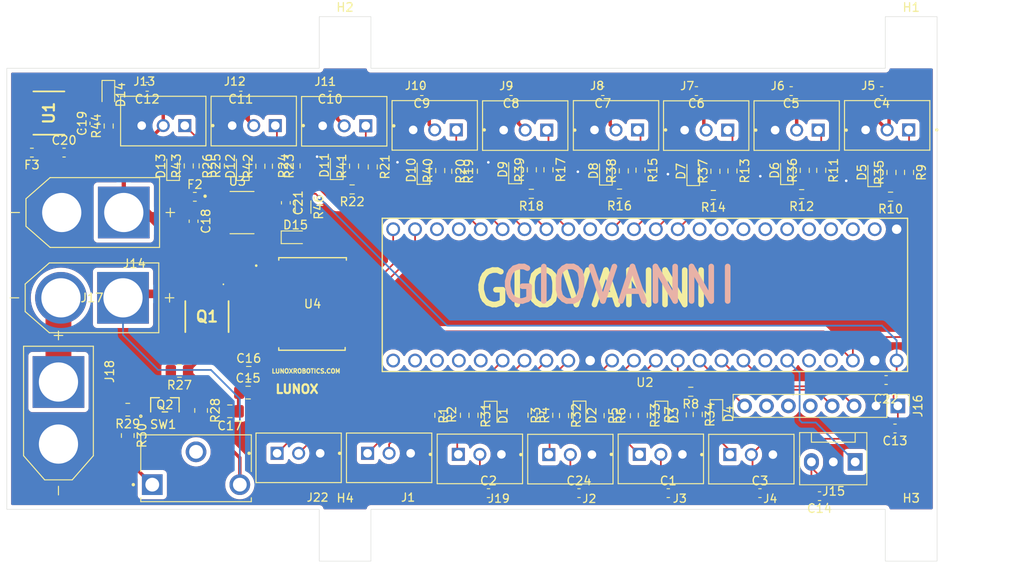
<source format=kicad_pcb>
(kicad_pcb (version 20240108) (generator "pcbnew") (generator_version "8.0")
  (layers (0 "F.Cu" signal) (31 "B.Cu" signal) (34 "B.Paste" user) (35 "F.Paste" user) (36 "B.SilkS" user "B.Silkscreen") (37 "F.SilkS" user "F.Silkscreen") (38 "B.Mask" user) (39 "F.Mask" user) (44 "Edge.Cuts" user))
  (net 0 "")
  (net 1 "+5V")
  (net 2 "GND1")
  (net 3 "+12V")
  (net 4 "+3.3V")
  (net 5 "44.4V")
  (net 6 "Net-(Q1-G)")
  (net 7 "Signal Start Module")
  (net 8 "Net-(J17-NEG)")
  (net 9 "Line Sensor 1 3.3V")
  (net 10 "Line Sensor 1 5v")
  (net 11 "Line Sensor 2 5v")
  (net 12 "Line Sensor 2 3.3V")
  (net 13 "Line Sensor 3 5v")
  (net 14 "Line Sensor 3 3.3V")
  (net 15 "Line Sensor 4 5v")
  (net 16 "Line Sensor 4 3.3V")
  (net 17 "Distance Sensor 1 12V")
  (net 18 "Distance Sensor 1 3.3V")
  (net 19 "Distance Sensor 2 12V")
  (net 20 "Distance Sensor 2 3.3V")
  (net 21 "Distance Sensor 3 3.3V")
  (net 22 "Distance Sensor 3 12V")
  (net 23 "Distance Sensor 4 12V")
  (net 24 "Distance Sensor 4 3.3V")
  (net 25 "Distance Sensor 5 3.3V")
  (net 26 "Distance Sensor 5 12V")
  (net 27 "Distance Sensor 6 12V")
  (net 28 "Distance Sensor 6 3.3V")
  (net 29 "Distance Sensor 7 3.3V")
  (net 30 "Distance Sensor 7 12V")
  (net 31 "Distance Sensor 8 3.3V")
  (net 32 "Distance Sensor 8 12V")
  (net 33 "Distance Sensor 9 3.3V")
  (net 34 "Distance Sensor 9 12V")
  (net 35 "Net-(Q2-D)")
  (net 36 "Net-(Q2-G)")
  (net 37 "Net-(SW1-A)")
  (net 38 "Net-(D1-A)")
  (net 39 "Net-(D2-A)")
  (net 40 "Net-(D3-A)")
  (net 41 "Net-(D4-A)")
  (net 42 "Net-(D5-A)")
  (net 43 "Net-(D6-A)")
  (net 44 "Net-(D7-A)")
  (net 45 "Net-(D8-A)")
  (net 46 "Net-(D9-A)")
  (net 47 "Net-(D10-A)")
  (net 48 "Net-(D11-A)")
  (net 49 "Net-(D12-A)")
  (net 50 "Net-(D13-A)")
  (net 51 "Net-(D15-A)")
  (net 52 "Net-(D14-A)")
  (net 53 "PWM MD2")
  (net 54 "Direction MD2")
  (net 55 "SDA")
  (net 56 "PWM MD1")
  (net 57 "Direction MD1")
  (net 60 "SCL")
  (net 66 "Interupt")
  (net 81 "Net-(U3-EN)")
  (net 82 "Net-(U1-VIN)")
  (net 85 "Vref Current Sensor")
  (net 86 "Vout Current Sensor")
  (net 87 "Net-(J17-POS)")
  (footprint "Resistor_SMD:R_0805_2012Metric_Pad1.20x1.40mm_HandSolder" (layer "F.Cu") (at 103.78 96.86 180)
    (property "Reference" "R27")
    (property "Value" "15k")
  )
  (footprint "LED_SMD:LED_0603_1608Metric_Pad1.05x0.95mm_HandSolder" (layer "F.Cu") (at 166.08 101.855 -90)
    (property "Reference" "D4")
    (property "Value" "LED")
  )
  (footprint "Teensy try:Teensy41 (1)" (layer "F.Cu") (at 157.79 88.04 180)
    (property "Reference" "U2")
    (property "Value" "Teensy4.1")
  )
  (footprint "XT60-M:AMASS_XT60-M" (layer "F.Cu") (at 93.63 88.38 180)
    (property "Reference" "J17")
    (property "Value" "XT60-M")
  )
  (footprint "Capacitor_SMD:C_0603_1608Metric_Pad1.08x0.95mm_HandSolder" (layer "F.Cu") (at 100.0375 63.895 180)
    (property "Reference" "C12")
    (property "Value" "C")
  )
  (footprint "Resistor_SMD:R_0603_1608Metric_Pad0.98x0.95mm_HandSolder" (layer "F.Cu") (at 162.07 101.9475 90)
    (property "Reference" "R7")
    (property "Value" "R")
  )
  (footprint "Resistor_SMD:R_0603_1608Metric_Pad0.98x0.95mm_HandSolder" (layer "F.Cu") (at 146.6 73.5225 -90)
    (property "Reference" "R17")
    (property "Value" "R")
  )
  (footprint "LED_SMD:LED_0603_1608Metric_Pad1.05x0.95mm_HandSolder" (layer "F.Cu") (at 163.4 73.695 90)
    (property "Reference" "D7")
    (property "Value" "LED")
  )
  (footprint "LED_SMD:LED_0603_1608Metric_Pad1.05x0.95mm_HandSolder" (layer "F.Cu") (at 184.4 73.82 90)
    (property "Reference" "D5")
    (property "Value" "LED")
  )
  (footprint "Jst Xh 2.5-3 Pin:JST_B3B-XH-A_LF__SN_" (layer "F.Cu") (at 149.14 107.095 180)
    (property "Reference" "J2")
    (property "Value" "Conn_01x03_MountingPin" (hide yes))
  )
  (footprint "Jst Xh 2.5-3 Pin:JST_B3B-XH-A_LF__SN_" (layer "F.Cu") (at 164.9 68.395)
    (property "Reference" "J7")
    (property "Value" "Conn_01x03_MountingPin")
  )
  (footprint "MountingHole:MountingHole_3.2mm_M3" (layer "F.Cu") (at 188.69 115.83)
    (property "Reference" "H3")
    (property "Value" "MountingHole")
  )
  (footprint "Capacitor_SMD:C_0603_1608Metric_Pad1.08x0.95mm_HandSolder" (layer "F.Cu") (at 131.9 64.395 180)
    (property "Reference" "C9")
    (property "Value" "C")
  )
  (footprint "LED_SMD:LED_0603_1608Metric_Pad1.05x0.95mm_HandSolder" (layer "F.Cu") (at 153.26 73.635 90)
    (property "Reference" "D8")
    (property "Value" "LED")
  )
  (footprint "Capacitor_SMD:C_0603_1608Metric_Pad1.08x0.95mm_HandSolder" (layer "F.Cu") (at 139.64 111.045)
    (property "Reference" "C2")
    (property "Value" "C")
  )
  (footprint "Capacitor_SMD:C_0603_1608Metric_Pad1.08x0.95mm_HandSolder" (layer "F.Cu") (at 105.42 79.4925 -90)
    (property "Reference" "C18")
    (property "Value" "C")
  )
  (footprint "Capacitor_SMD:C_0603_1608Metric_Pad1.08x0.95mm_HandSolder" (layer "F.Cu") (at 185.7775 97.92 180)
    (property "Reference" "C22")
    (property "Value" "C")
  )
  (footprint "Connector_PinHeader_2.54mm:PinHeader_1x08_P2.54mm_Vertical" (layer "F.Cu") (at 187.14 100.92 -90)
    (property "Reference" "J16")
    (property "Value" "Conn_01x08_Pin" (hide yes))
  )
  (footprint "LED_SMD:LED_0603_1608Metric_Pad1.05x0.95mm_HandSolder" (layer "F.Cu") (at 95.53 64.815 -90)
    (property "Reference" "D14")
    (property "Value" "LED")
  )
  (footprint "Capacitor_SMD:C_0603_1608Metric_Pad1.08x0.95mm_HandSolder" (layer "F.Cu") (at 121.2625 63.895 180)
    (property "Reference" "C10")
    (property "Value" "C")
  )
  (footprint "Resistor_SMD:R_0603_1608Metric_Pad0.98x0.95mm_HandSolder" (layer "F.Cu") (at 175.9775 76.35 180)
    (property "Reference" "R12")
    (property "Value" "R")
  )
  (footprint "Capacitor_SMD:C_0603_1608Metric_Pad1.08x0.95mm_HandSolder" (layer "F.Cu") (at 186.81 103.545 180)
    (property "Reference" "C13")
    (property "Value" "C")
  )
  (footprint "Resistor_SMD:R_0603_1608Metric_Pad0.98x0.95mm_HandSolder" (layer "F.Cu") (at 144.75 102.0025 -90)
    (property "Reference" "R4")
    (property "Value" "R")
  )
  (footprint "Resistor_SMD:R_0603_1608Metric_Pad0.98x0.95mm_HandSolder" (layer "F.Cu") (at 186.2925 76.64 180)
    (property "Reference" "R10")
    (property "Value" "R")
  )
  (footprint "Resistor_SMD:R_0603_1608Metric_Pad0.98x0.95mm_HandSolder" (layer "F.Cu") (at 134.04 73.6125 90)
    (property "Reference" "R40")
    (property "Value" "R")
  )
  (footprint "Resistor_SMD:R_0603_1608Metric_Pad0.98x0.95mm_HandSolder" (layer "F.Cu") (at 163.92 101.9125 -90)
    (property "Reference" "R34")
    (property "Value" "R")
  )
  (footprint "Jst Xh 2.5-3 Pin:JST_B3B-XH-A_LF__SN_" (layer "F.Cu") (at 170.14 107.095 180)
    (property "Reference" "J4")
    (property "Value" "Conn_01x03_MountingPin" (hide yes))
  )
  (footprint "12Vvoltagereg:S1142A50IE6T1U" (layer "F.Cu") (at 88.63 66.94 90)
    (property "Reference" "U1")
    (property "Value" "S-1142DA0I-E6T1U" (hide yes))
  )
  (footprint "TQL850CSV50_RLG(5vmotordriver):SOIC127P600X170-9N" (layer "F.Cu") (at 111.04 78.49)
    (property "Reference" "U3")
    (property "Value" "TQL850CSV50_RLG")
  )
  (footprint "Resistor_SMD:R_0603_1608Metric_Pad0.98x0.95mm_HandSolder" (layer "F.Cu") (at 115.09 73.1075 -90)
    (property "Reference" "R23")
    (property "Value" "R")
  )
  (footprint "LED_SMD:LED_0603_1608Metric_Pad1.05x0.95mm_HandSolder" (layer "F.Cu") (at 139.9 102.045 -90)
    (property "Reference" "D1")
    (property "Value" "LED")
  )
  (footprint "Resistor_SMD:R_0603_1608Metric_Pad0.98x0.95mm_HandSolder" (layer "F.Cu") (at 117.26 73.0725 90)
    (property "Reference" "R24")
    (property "Value" "R")
  )
  (footprint "Resistor_SMD:R_0603_1608Metric_Pad0.98x0.95mm_HandSolder" (layer "F.Cu") (at 144.61 76.31 180)
    (property "Reference" "R18")
    (property "Value" "R")
  )
  (footprint "Capacitor_SMD:C_0603_1608Metric_Pad1.08x0.95mm_HandSolder" (layer "F.Cu") (at 90.3925 71.53)
    (property "Reference" "C20")
    (property "Value" "C")
  )
  (footprint "Capacitor_SMD:C_0805_2012Metric_Pad1.18x1.45mm_HandSolder" (layer "F.Cu") (at 109.6275 101.55 180)
    (property "Reference" "C17")
    (property "Value" "1uF")
  )
  (footprint "Jst Xh 2.5-3 Pin:JST_B3B-XH-A_LF__SN_" (layer "F.Cu") (at 101.9 67.87)
    (property "Reference" "J13")
    (property "Value" "Conn_01x03_MountingPin")
  )
  (footprint "Resistor_SMD:R_0603_1608Metric_Pad0.98x0.95mm_HandSolder" (layer "F.Cu") (at 165.97 73.6975 90)
    (property "Reference" "R37")
    (property "Value" "R")
  )
  (footprint "Resistor_SMD:R_0603_1608Metric_Pad0.98x0.95mm_HandSolder" (layer "F.Cu") (at 144.67 73.5225 90)
    (property "Reference" "R39")
    (property "Value" "R")
  )
  (footprint "LED_SMD:LED_0603_1608Metric_Pad1.05x0.95mm_HandSolder" (layer "F.Cu") (at 150.21 102.025 -90)
    (property "Reference" "D2")
    (property "Value" "LED")
  )
  (footprint "Resistor_SMD:R_0805_2012Metric_Pad1.20x1.40mm_HandSolder" (layer "F.Cu") (at 97.78 104.36 -90)
    (property "Reference" "R30")
    (property "Value" "8k")
  )
  (footprint "Jst Xh 2.5-3 Pin:JST_B3B-XH-A_LF__SN_" (layer "F.Cu") (at 128.11 106.945 180)
    (property "Reference" "J1")
    (property "Value" "Conn_01x03_MountingPin" (hide yes))
  )
  (footprint "LED_SMD:LED_0603_1608Metric_Pad1.05x0.95mm_HandSolder" (layer "F.Cu") (at 132.1 73.555 90)
    (property "Reference" "D10")
    (property "Value" "LED")
  )
  (footprint "Resistor_SMD:R_0805_2012Metric_Pad1.20x1.40mm_HandSolder" (layer "F.Cu") (at 106.29 101.45 -90)
    (property "Reference" "R28")
    (property "Value" "10k")
  )
  (footprint "Resistor_SMD:R_0603_1608Metric_Pad0.98x0.95mm_HandSolder" (layer "F.Cu") (at 186.4 73.8325 90)
    (property "Reference" "R35")
    (property "Value" "R")
  )
  (footprint "LED_SMD:LED_0603_1608Metric_Pad1.05x0.95mm_HandSolder" (layer "F.Cu") (at 142.72 73.485 90)
    (property "Reference" "D9")
    (property "Value" "LED")
  )
  (footprint "Capacitor_SMD:C_0603_1608Metric_Pad1.08x0.95mm_HandSolder" (layer "F.Cu") (at 160.5025 111.045)
    (property "Reference" "C1")
    (property "Value" "C")
  )
  (footprint "Jst Xh 2.5-3 Pin:JST_B3B-XH-A_LF__SN_" (layer "F.Cu") (at 185.9 68.37)
    (property "Reference" "J5")
    (property "Value" "Conn_01x03_MountingPin")
  )
  (footprint "Resistor_SMD:R_0805_2012Metric_Pad1.20x1.40mm_HandSolder" (layer "F.Cu") (at 97.78 101.36 180)
    (property "Reference" "R29")
    (property "Value" "1k")
  )
  (footprint "Resistor_SMD:R_0603_1608Metric_Pad0.98x0.95mm_HandSolder" (layer "F.Cu") (at 157.55 102.0175 -90)
    (property "Reference" "R33")
    (property "Value" "R")
  )
  (footprint "Resistor_SMD:R_0603_1608Metric_Pad0.98x0.95mm_HandSolder" (layer "F.Cu") (at 165.73 76.45 180)
    (property "Reference" "R14")
    (property "Value" "R")
  )
  (footprint "Capacitor_SMD:C_0603_1608Metric_Pad1.08x0.95mm_HandSolder" (layer "F.Cu") (at 152.9 64.395 180)
    (property "Reference" "C7")
    (property "Value" "C")
  )
  (footprint "Capacitor_SMD:C_0603_1608Metric_Pad1.08x0.95mm_HandSolder" (layer "F.Cu") (at 178.0525 111.395 180)
    (property "Reference" "C14")
    (property "Value" "C")
  )
  (footprint "Resistor_SMD:R_0603_1608Metric_Pad0.98x0.95mm_HandSolder" (layer "F.Cu") (at 113.17 73.1175 90)
    (property "Reference" "R42")
    (property "Value" "R")
  )
  (footprint "Capacitor_SMD:C_0603_1608Metric_Pad1.08x0.95mm_HandSolder" (layer "F.Cu") (at 163.7625 64.395 180)
    (property "Reference" "C6")
    (property "Value" "C")
  )
  (footprint "Resistor_SMD:R_0603_1608Metric_Pad0.98x0.95mm_HandSolder" (layer "F.Cu") (at 167.95 73.65 -90)
    (property "Reference" "R13")
    (property "Value" "R")
  )
  (footprint "Capacitor_SMD:C_0805_2012Metric_Pad1.18x1.45mm_HandSolder" (layer "F.Cu") (at 111.82 97.08)
    (property "Reference" "C16")
    (property "Value" "1uF")
  )
  (footprint "XT60-M:AMASS_XT60-M" (layer "F.Cu") (at 89.74 101.75 -90)
    (property "Reference" "J18")
    (property "Value" "XT60-M")
  )
  (footprint "Capacitor_SMD:C_0603_1608Metric_Pad1.08x0.95mm_HandSolder" (layer "F.Cu") (at 174.7625 64.395 180)
    (property "Reference" "C5")
    (property "Value" "C")
  )
  (footprint "Resistor_SMD:R_0603_1608Metric_Pad0.98x0.95mm_HandSolder" (layer "F.Cu") (at 188.44 73.8275 -90)
    (property "Reference" "R9")
    (property "Value" "R")
  )
  (footprint "Resistor_SMD:R_0603_1608Metric_Pad0.98x0.95mm_HandSolder" (layer "F.Cu") (at 137.83 73.68 90)
    (property "Reference" "R20")
    (property "Value" "R")
  )
  (footprint "Capacitor_SMD:C_0603_1608Metric_Pad1.08x0.95mm_HandSolder" (layer "F.Cu") (at 171.14 111.045)
    (property "Reference" "C3")
    (property "Value" "C")
  )
  (footprint "LED_SMD:LED_0603_1608Metric_Pad1.05x0.95mm_HandSolder" (layer "F.Cu") (at 117.25 81.355)
    (property "Reference" "D15")
    (property "Value" "LED")
  )
  (footprint "Resistor_SMD:R_0603_1608Metric_Pad0.98x0.95mm_HandSolder" (layer "F.Cu") (at 123.8175 75.8 180)
    (property "Reference" "R22")
    (property "Value" "R")
  )
  (footprint "Resistor_SMD:R_0603_1608Metric_Pad0.98x0.95mm_HandSolder" (layer "F.Cu") (at 104.86 73.0775 90)
    (property "Reference" "R43")
    (property "Value" "R")
  )
  (footprint "Resistor_SMD:R_0603_1608Metric_Pad0.98x0.95mm_HandSolder" (layer "F.Cu") (at 137.9 102.0075 -90)
    (property "Reference" "R31")
    (property "Value" "R")
  )
  (footprint "Jst Xh 2.5-3 Pin:JST_B3B-XH-A_LF__SN_" (layer "F.Cu") (at 133.4 68.37)
    (property "Reference" "J10")
    (property "Value" "Conn_01x03_MountingPin")
  )
  (footprint "Resistor_SMD:R_0603_1608Metric_Pad0.98x0.95mm_HandSolder" (layer "F.Cu") (at 155.34 73.6475 90)
    (property "Reference" "R38")
    (property "Value" "R")
  )
  (footprint "Capacitor_SMD:C_0603_1608Metric_Pad1.08x0.95mm_HandSolder" (layer "F.Cu") (at 185.2625 64.395 180)
    (property "Reference" "C4")
    (property "Value" "C")
  )
  (footprint "Capacitor_SMD:C_0603_1608Metric_Pad1.08x0.95mm_HandSolder" (layer "F.Cu") (at 93.91 68.1375 90)
    (property "Reference" "C19")
    (property "Value" "C")
  )
  (footprint "Capacitor_SMD:C_0603_1608Metric_Pad1.08x0.95mm_HandSolder" (layer "F.Cu") (at 150.14 111.045)
    (property "Reference" "C24")
    (property "Value" "C")
  )
  (footprint "Resistor_SMD:R_0603_1608Metric_Pad0.98x0.95mm_HandSolder" (layer "F.Cu") (at 146.575 102.0075 90)
    (property "Reference" "R3")
    (property "Value" "R")
  )
  (footprint "Resistor_SMD:R_0603_1608Metric_Pad0.98x0.95mm_HandSolder" (layer "F.Cu") (at 108.47 73.0975 90)
    (property "Reference" "R26")
    (property "Value" "R")
  )
  (footprint "XT60-M:AMASS_XT60-M" (layer "F.Cu") (at 93.72 78.48 180)
    (property "Reference" "J14")
    (property "Value" "XT60-M")
  )
  (footprint "Resistor_SMD:R_0603_1608Metric_Pad0.98x0.95mm_HandSolder" (layer "F.Cu") (at 106.59 73.0675 -90)
    (property "Reference" "R25")
    (property "Value" "R")
  )
  (footprint "Jst Xh 2.5-3 Pin:JST_B3B-XH-A_LF__SN_" (layer "F.Cu") (at 143.9 68.395)
    (property "Reference" "J9")
    (property "Value" "Conn_01x03_MountingPin")
  )
  (footprint "Resistor_SMD:R_0603_1608Metric_Pad0.98x0.95mm_HandSolder" (layer "F.Cu") (at 133.94 102.0075 -90)
    (property "Reference" "R2")
    (property "Value" "R")
  )
  (footprint "Resistor_SMD:R_0603_1608Metric_Pad0.98x0.95mm_HandSolder" (layer "F.Cu") (at 155.58 102.0525 90)
    (property "Reference" "R5")
    (property "Value" "R")
  )
  (footprint "LED_SMD:LED_0603_1608Metric_Pad1.05x0.95mm_HandSolder" (layer "F.Cu") (at 103.04 73.095 90)
    (property "Reference" "D13")
    (property "Value" "LED")
  )
  (footprint "Jst Xh 2.5-3 Pin:JST_B3B-XH-A_LF__SN_" (layer "F.Cu") (at 122.9 67.895)
    (property "Reference" "J11")
    (property "Value" "Conn_01x03_MountingPin")
  )
  (footprint "Jst Xh 2.5-3 Pin:JST_B3B-XH-A_LF__SN_" (layer "F.Cu") (at 138.64 107.07 180)
    (property "Reference" "J19")
    (property "Value" "Conn_01x03_MountingPin" (hide yes))
  )
  (footprint "Capacitor_SMD:C_0603_1608Metric_Pad1.08x0.95mm_HandSolder" (layer "F.Cu") (at 110.9 63.895 180)
    (property "Reference" "C11")
    (property "Value" "C")
  )
  (footprint "Resistor_SMD:R_0603_1608Metric_Pad0.98x0.95mm_HandSolder" (layer "F.Cu") (at 135.8625 102.0075 90)
    (property "Reference" "R1")
    (property "Value" "R")
  )
  (footprint "Resistor_SMD:R_0603_1608Metric_Pad0.98x0.95mm_HandSolder" (layer "F.Cu") (at 126.21 73.1875 -90)
    (property "Reference" "R21")
    (property "Value" "R")
  )
  (footprint "Jst Xh 2.5-3 Pin:JST_B3B-XH-A_LF__SN_" (layer "F.Cu") (at 112.4 67.87)
    (property "Reference" "J12")
    (property "Value" "Conn_01x03_MountingPin")
  )
  (footprint "Jst Xh 2.5-3 Pin:JST_B3B-XH-A_LF__SN_" (layer "F.Cu") (at 175.4 68.395)
    (property "Reference" "J6")
    (property "Value" "Conn_01x03_MountingPin")
  )
  (footprint "Jst Xh 2.5-3 Pin:JST_B3B-XH-A_LF__SN_" (layer "F.Cu") (at 159.64 107.07 180)
    (property "Reference" "J3")
    (property "Value" "Conn_01x03_MountingPin" (hide yes))
  )
  (footprint "Capacitor_SMD:C_0603_1608Metric_Pad1.08x0.95mm_HandSolder" (layer "F.Cu") (at 142.2625 64.395 180)
    (property "Reference" "C8")
    (property "Value" "C")
  )
  (footprint "LED_SMD:LED_0603_1608Metric_Pad1.05x0.95mm_HandSolder" (layer "F.Cu") (at 111.13 73.105 90)
    (property "Reference" "D12")
    (property "Value" "LED")
  )
  (footprint "Fuse:Fuse_0603_1608Metric_Pad1.05x0.95mm_HandSolder" (layer "F.Cu") (at 86.655 71.53 180)
    (property "Reference" "F3")
    (property "Value" "Fuse")
  )
  (footprint "mosfetP:S1142A50IE6T1U" (layer "F.Cu") (at 106.97 90.56 180)
    (property "Reference" "Q1")
    (property "Value" "SQM40P10-40L_GE3" (hide yes))
  )
  (footprint "MountingHole:MountingHole_3.2mm_M3" (layer "F.Cu") (at 123.01 115.82)
    (property "Reference" "H4")
    (property "Value" "MountingHole")
  )
  (footprint "MountingHole:MountingHole_3.2mm_M3" (layer "F.Cu") (at 188.69 58.88)
    (property "Reference" "H1")
    (property "Value" "MountingHole")
  )
  (footprint "Capacitor_SMD:C_0603_1608Metric_Pad1.08x0.95mm_HandSolder" (layer "F.Cu") (at 116.125 77.355 -90)
    (property "Reference" "C21")
    (property "Value" "C")
  )
  (footprint "Jst Xh 2.5-3 Pin:JST_B3B-XH-A_LF__SN_" (layer "F.Cu") (at 117.61 106.945 180)
    (property "Reference" "J22")
    (property "Value" "Conn_01x03_MountingPin" (hide yes))
  )
  (footprint "MountingHole:MountingHole_3.2mm_M3" (layer "F.Cu") (at 122.99 58.87)
    (property "Reference" "H2")
    (property "Value" "MountingHole")
  )
  (footprint "G_107_0513(SWITCH):SW_G-107-0513" (layer "F.Cu") (at 105.705 108.155)
    (property "Reference" "SW1")
    (property "Value" "SW_SPST")
  )
  (footprint "Resistor_SMD:R_0603_1608Metric_Pad0.98x0.95mm_HandSolder" (layer "F.Cu") (at 153.58 102.0525 -90)
    (property "Reference" "R6")
    (property "Value" "R")
  )
  (footprint "Resistor_SMD:R_0603_1608Metric_Pad0.98x0.95mm_HandSolder" (layer "F.Cu") (at 135.9 73.6925 -90)
    (property "Reference" "R19")
    (property "Value" "R")
  )
  (footprint "Resistor_SMD:R_0603_1608Metric_Pad0.98x0.95mm_HandSolder" (layer "F.Cu") (at 148.4 102.0375 -90)
    (property "Reference" "R32")
    (property "Value" "R")
  )
  (footprint "Resistor_SMD:R_0603_1608Metric_Pad0.98x0.95mm_HandSolder" (layer "F.Cu") (at 163.11 99.28 180)
    (property "Reference" "R8")
    (property "Value" "R")
  )
  (footprint "Capacitor_SMD:C_0805_2012Metric_Pad1.18x1.45mm_HandSolder" (layer "F.Cu") (at 111.7475 99.38)
    (property "Reference" "C15")
    (property "Value" "10uF")
  )
  (footprint "Resistor_SMD:R_0603_1608Metric_Pad0.98x0.95mm_HandSolder" (layer "F.Cu") (at 124.04 73.0975 90)
    (property "Reference" "R41")
    (property "Value" "R")
  )
  (footprint "(mosfet???):NMOSGSD_SOT-23_TO-236_VIS-M" (layer "F.Cu") (at 102.08996 100.7932)
    (property "Reference" "Q2")
    (property "Value" "SQ2318AES-T1_BE3")
  )
  (footprint "Resistor_SMD:R_1206_3216Metric_Pad1.30x1.75mm_HandSolder" (layer "F.Cu") (at 118.125 77.855 -90)
    (property "Reference" "R46")
    (property "Value" "R")
  )
  (footprint "Resistor_SMD:R_0603_1608Metric_Pad0.98x0.95mm_HandSolder" (layer "F.Cu") (at 176.34 73.5875 90)
    (property "Reference" "R36")
    (property "Value" "R")
  )
  (footprint "Fuse:Fuse_0603_1608Metric_Pad1.05x0.95mm_HandSolder" (layer "F.Cu") (at 105.565 76.66)
    (property "Reference" "F2")
    (property "Value" "Fuse")
  )
  (footprint "LED_SMD:LED_0603_1608Metric_Pad1.05x0.95mm_HandSolder" (layer "F.Cu") (at 122.03 72.995 90)
    (property "Reference" "D11")
    (property "Value" "LED")
  )
  (footprint "Resistor_SMD:R_0603_1608Metric_Pad0.98x0.95mm_HandSolder" (layer "F.Cu") (at 178.25 73.5875 -90)
    (property "Reference" "R11")
    (property "Value" "R")
  )
  (footprint "LED_SMD:LED_0603_1608Metric_Pad1.05x0.95mm_HandSolder" (layer "F.Cu") (at 159.72 102.035 -90)
    (property "Reference" "D3")
    (property "Value" "LED")
  )
  (footprint "LED_SMD:LED_0603_1608Metric_Pad1.05x0.95mm_HandSolder" (layer "F.Cu") (at 174.27 73.585 90)
    (property "Reference" "D6")
    (property "Value" "LED")
  )
  (footprint "Resistor_SMD:R_0603_1608Metric_Pad0.98x0.95mm_HandSolder" (layer "F.Cu") (at 95.57 68.4475 90)
    (property "Reference" "R44")
    (property "Value" "R")
  )
  (footprint "Resistor_SMD:R_0603_1608Metric_Pad0.98x0.95mm_HandSolder" (layer "F.Cu") (at 157.28 73.57 -90)
    (property "Reference" "R15")
    (property "Value" "R")
  )
  (footprint "Jst Xh 2.5-3 Pin:JST_B3B-XH-A_LF__SN_" (layer "F.Cu") (at 154.44 68.375)
    (property "Reference" "J8")
    (property "Value" "Conn_01x03_MountingPin")
  )
  (footprint "Current Sensor AEC-Q100 80ARMS 500KHZ HALL-EFFE:SOIC10_DVG_TEX" (layer "F.Cu") (at 119.229978 89.09)
    (property "Reference" "U4")
    (property "Value" "TMCS1126A1AQDVGRQ1")
  )
  (footprint "Connector:FanPinHeader_1x03_P2.54mm_Vertical" (layer "F.Cu") (at 182.19 107.42 180)
    (property "Reference" "J15")
    (property "Value" "Conn_01x03_Pin")
  )
  (footprint "Resistor_SMD:R_0603_1608Metric_Pad0.98x0.95mm_HandSolder" (layer "F.Cu") (at 154.84 76.29 180)
    (property "Reference" "R16")
    (property "Value" "R")
  )
  (gr_poly (pts (xy 191.69 55.75) (xy 185.69 55.75) (xy 185.69 61.75) (xy 126 61.75) (xy 126 55.75) (xy 120 55.75) (xy 120 61.75) (xy 83.75 61.75) (xy 83.75 112.93) (xy 120 112.93) (xy 120 118.93) (xy 126 118.93) (xy 126 112.93) (xy 185.69 112.93) (xy 185.69 118.93) (xy 191.69 118.93)) (stroke (width 0.05)) (fill none) (layer "Edge.Cuts"))
  (gr_text "GIOVANNI " (at 140.68 89.27 0) (layer "B.SilkS") (effects (font (size 4 4) (thickness 0.65)) (justify left bottom)))
  (gr_text "GIOVANNI" (at 137.6 89.68 0) (layer "F.SilkS") (effects (font (size 4 4) (thickness 0.65)) (justify left bottom)))
  (gr_text "LUNOX" (at 114.8 99.56 0) (layer "F.SilkS") (effects (font (size 1 1) (thickness 0.25) (bold yes)) (justify left bottom)))
  (gr_text "LUNOXROBOTICS.COM" (at 114.42 97.18 0) (layer "F.SilkS") (effects (font (size 0.5 0.5) (thickness 0.125) (bold yes)) (justify left bottom)))
  (segment (start 118.125 76.305) (end 119.585 76.305) (width 0.2) (layer "F.Cu") (net 1))
  (segment (start 171.97 104.74) (end 186.4775 104.74) (width 0.2) (layer "F.Cu") (net 1))
  (segment (start 149.16 109.52) (end 149.14 109.5) (width 0.2) (layer "F.Cu") (net 1))
  (segment (start 149.14 109.5) (end 149.14 110.9075) (width 0.2) (layer "F.Cu") (net 1))
  (segment (start 117.9375 76.4925) (end 118.125 76.305) (width 0.2) (layer "F.Cu") (net 1))
  (segment (start 186.64 97.92) (end 186.64 100.42) (width 0.2) (layer "F.Cu") (net 1))
  (segment (start 149.16 109.52) (end 138.68 109.52) (width 0.2) (layer "F.Cu") (net 1))
  (segment (start 159.64 109.52) (end 149.16 109.52) (width 0.2) (layer "F.Cu") (net 1))
  (segment (start 138.68 109.52) (end 138.64 109.48) (width 0.2) (layer "F.Cu") (net 1))
  (segment (start 170.2775 106.7075) (end 170.14 106.57) (width 0.2) (layer "F.Cu") (net 1))
  (segment (start 159.64 109.52) (end 159.64 106.545) (width 0.2) (layer "F.Cu") (net 1))
  (segment (start 187 95.66) (end 187 97.56) (width 0.2) (layer "F.Cu") (net 1))
  (segment (start 116.0325 76.585) (end 116.125 76.4925) (width 0.2) (layer "F.Cu") (net 1))
  (segment (start 138.64 106.545) (end 138.64 109.48) (width 0.2) (layer "F.Cu") (net 1))
  (segment (start 149.14 106.57) (end 149.14 109.5) (width 0.2) (layer "F.Cu") (net 1))
  (segment (start 170.2775 111.045) (end 170.2775 109.52) (width 0.2) (layer "F.Cu") (net 1))
  (segment (start 186.4775 104.74) (end 187.6725 103.545) (width 0.2) (layer "F.Cu") (net 1))
  (segment (start 138.64 109.48) (end 138.64 110.9075) (width 0.2) (layer "F.Cu") (net 1))
  (segment (start 170.2775 109.52) (end 170.2775 106.7075) (width 0.2) (layer "F.Cu") (net 1))
  (segment (start 120.01 76.73) (end 120.01 76.77) (width 0.2) (layer "F.Cu") (net 1))
  (segment (start 170.14 106.57) (end 171.97 104.74) (width 0.2) (layer "F.Cu") (net 1))
  (segment (start 159.64 111.045) (end 159.64 109.52) (width 0.2) (layer "F.Cu") (net 1))
  (segment (start 113.625 76.585) (end 116.0325 76.585) (width 0.4) (layer "F.Cu") (net 1))
  (segment (start 120.05 76.77) (end 120.02 76.74) (width 0.2) (layer "F.Cu") (net 1))
  (segment (start 186.64 100.42) (end 187.14 100.92) (width 0.2) (layer "F.Cu") (net 1))
  (segment (start 187.14 100.92) (end 187.14 103.0125) (width 0.2) (layer "F.Cu") (net 1))
  (segment (start 187 97.56) (end 186.64 97.92) (width 0.2) (layer "F.Cu") (net 1))
  (segment (start 116.125 76.4925) (end 117.9375 76.4925) (width 0.4) (layer "F.Cu") (net 1))
  (segment (start 159.64 109.52) (end 170.2775 109.52) (width 0.2) (layer "F.Cu") (net 1))
  (segment (start 149.14 110.9075) (end 149.2775 111.045) (width 0.2) (layer "F.Cu") (net 1))
  (segment (start 138.64 110.9075) (end 138.7775 111.045) (width 0.2) (layer "F.Cu") (net 1))
  (segment (start 120.01 76.77) (end 120.05 76.77) (width 0.2) (layer "F.Cu") (net 1))
  (segment (start 119.585 76.305) (end 120.01 76.73) (width 0.2) (layer "F.Cu") (net 1))
  (segment (start 187.14 103.0125) (end 187.6725 103.545) (width 0.2) (layer "F.Cu") (net 1))
  (via (at 120.01 76.77) (size 0.6) (drill 0.3) (layers "F.Cu" "B.Cu") (net 1))
  (segment (start 134.85 91.61) (end 185.29 91.61) (width 0.2) (layer "B.Cu") (net 1))
  (segment (start 185.29 91.61) (end 187 93.32) (width 0.2) (layer "B.Cu") (net 1))
  (segment (start 120.01 76.77) (end 134.85 91.61) (width 0.2) (layer "B.Cu") (net 1))
  (segment (start 187 93.32) (end 187 95.66) (width 0.2) (layer "B.Cu") (net 1))
  (segment (start 129.08 70.715) (end 130.9 68.895) (width 0.2) (layer "F.Cu") (net 2))
  (segment (start 139.62 72.66) (end 139.62 70.7) (width 0.2) (layer "F.Cu") (net 2))
  (segment (start 171.18 74.27) (end 171.18 70.64) (width 0.2) (layer "F.Cu") (net 2))
  (segment (start 181.15 74.8) (end 181.15 71.145) (width 0.2) (layer "F.Cu") (net 2))
  (segment (start 160.46 70.86) (end 162.4 68.92) (width 0.2) (layer "F.Cu") (net 2))
  (segment (start 120.4 71.35) (end 120.4 68.42) (width 0.2) (layer "F.Cu") (net 2))
  (segment (start 99.175 68.17) (end 99.4 68.395) (width 0.2) (layer "F.Cu") (net 2))
  (segment (start 150.01 70.83) (end 151.94 68.9) (width 0.2) (layer "F.Cu") (net 2))
  (segment (start 171.18 70.64) (end 172.9 68.92) (width 0.2) (layer "F.Cu") (net 2))
  (segment (start 119.75 72) (end 120.4 71.35) (width 0.2) (layer "F.Cu") (net 2))
  (segment (start 160.46 74.03) (end 160.46 70.86) (width 0.2) (layer "F.Cu") (net 2))
  (segment (start 181.15 71.145) (end 183.4 68.895) (width 0.2) (layer "F.Cu") (net 2))
  (segment (start 139.62 70.7) (end 141.4 68.92) (width 0.2) (layer "F.Cu") (net 2))
  (segment (start 129.08 72.65) (end 129.08 70.715) (width 0.2) (layer "F.Cu") (net 2))
  (segment (start 150.01 73.75) (end 150.01 70.83) (width 0.2) (layer "F.Cu") (net 2))
  (via (at 171.18 74.27) (size 0.6) (drill 0.3) (layers "F.Cu" "B.Cu") (net 2))
  (via (at 181.15 74.8) (size 0.6) (drill 0.3) (layers "F.Cu" "B.Cu") (net 2))
  (via (at 160.46 74.03) (size 0.6) (drill 0.3) (layers "F.Cu" "B.Cu") (net 2))
  (via (at 129.08 72.65) (size 0.6) (drill 0.3) (layers "F.Cu" "B.Cu") (net 2))
  (via (at 119.75 72) (size 0.6) (drill 0.3) (layers "F.Cu" "B.Cu") (net 2))
  (via (at 139.62 72.66) (size 0.6) (drill 0.3) (layers "F.Cu" "B.Cu") (net 2))
  (via (at 150.01 73.75) (size 0.6) (drill 0.3) (layers "F.Cu" "B.Cu") (net 2))
  (segment (start 174.4 65.92) (end 175.4 66.92) (width 0.4) (layer "F.Cu") (net 3))
  (segment (start 186.125 65.92) (end 186.125 68.67) (width 0.4) (layer "F.Cu") (net 3))
  (segment (start 95.57 69.36) (end 96.63 70.42) (width 0.4) (layer "F.Cu") (net 3))
  (segment (start 182.925 65.92) (end 185.9 68.895) (width 0.4) (layer "F.Cu") (net 3))
  (segment (start 186.125 68.67) (end 185.9 68.895) (width 0.2) (layer "F.Cu") (net 3))
  (segment (start 102.4 65.92) (end 109.9 65.92) (width 0.4) (layer "F.Cu") (net 3))
  (segment (start 122.125 63.895) (end 122.125 66.92) (width 0.4) (layer "F.Cu") (net 3))
  (segment (start 153.7625 66.92) (end 153.7625 68.2825) (width 0.4) (layer "F.Cu") (net 3))
  (segment (start 182.9 65.92) (end 182.925 65.92) (width 0.2) (layer "F.Cu") (net 3))
  (segment (start 122.125 67.645) (end 122.9 68.42) (width 0.4) (layer "F.Cu") (net 3))
  (segment (start 122.125 66.92) (end 122.125 67.645) (width 0.4) (layer "F.Cu") (net 3))
  (segment (start 130.4 65.92) (end 131.4 65.92) (width 0.4) (layer "F.Cu") (net 3))
  (segment (start 121.4 65.92) (end 122.125 66.645) (width 0.4) (layer "F.Cu") (net 3))
  (segment (start 96.63 70.42) (end 99.875 70.42) (width 0.4) (layer "F.Cu") (net 3))
  (segment (start 182.9 65.92) (end 186.125 65.92) (width 0.4) (layer "F.Cu") (net 3))
  (segment (start 131.4 65.92) (end 142.4 65.92) (width 0.4) (layer "F.Cu") (net 3))
  (segment (start 121.4 65.92) (end 130.4 65.92) (width 0.4) (layer "F.Cu") (net 3))
  (segment (start 91.27 68.85) (end 93.99 68.85) (width 0.4) (layer "F.Cu") (net 3))
  (segment (start 143.125 66.92) (end 143.125 68.145) (width 0.4) (layer "F.Cu") (net 3))
  (segment (start 164.625 66.92) (end 164.625 68.645) (width 0.4) (layer "F.Cu") (net 3))
  (segment (start 143.125 68.145) (end 143.9 68.92) (width 0.4) (layer "F.Cu") (net 3))
  (segment (start 111.7625 67.7575) (end 112.4 68.395) (width 0.4) (layer "F.Cu") (net 3))
  (segment (start 109.9 65.92) (end 121.4 65.92) (width 0.4) (layer "F.Cu") (net 3))
  (segment (start 100.9 65.42) (end 101.9 66.42) (width 0.4) (layer "F.Cu") (net 3))
  (segment (start 122.125 66.645) (end 122.125 66.92) (width 0.2) (layer "F.Cu") (net 3))
  (segment (start 131.4 65.92) (end 131.7625 65.92) (width 0.2) (layer "F.Cu") (net 3))
  (segment (start 175.4 64.62) (end 175.625 64.395) (width 0.2) (layer "F.Cu") (net 3))
  (segment (start 99.875 70.42) (end 101.9 68.395) (width 0.4) (layer "F.Cu") (net 3))
  (segment (start 152.9 66.0575) (end 153.7625 66.92) (width 0.4) (layer "F.Cu") (net 3))
  (segment (start 153.7625 64.395) (end 153.7625 66.92) (width 0.4) (layer "F.Cu") (net 3))
  (segment (start 164.625 68.645) (end 164.9 68.92) (width 0.2) (layer "F.Cu") (net 3))
  (segment (start 163.9 65.92) (end 164.625 66.645) (width 0.4) (layer "F.Cu") (net 3))
  (segment (start 95.21 69) (end 95.57 69.36) (width 0.2) (layer "F.Cu") (net 3))
  (segment (start 132.7625 64.395) (end 132.7625 66.92) (width 0.4) (layer "F.Cu") (net 3))
  (segment (start 152.9 65.92) (end 163.9 65.92) (width 0.4) (layer "F.Cu") (net 3))
  (segment (start 109.9 65.92) (end 109.925 65.92) (width 0.2) (layer "F.Cu") (net 3))
  (segment (start 93.91 69) (end 95.21 69) (width 0.2) (layer "F.Cu") (net 3))
  (segment (start 101.9 66.42) (end 102.4 65.92) (width 0.4) (layer "F.Cu") (net 3))
  (segment (start 109.925 65.92) (end 112.4 68.395) (width 0.4) (layer "F.Cu") (net 3))
  (segment (start 175.4 66.92) (end 175.4 68.92) (width 0.2) (layer "F.Cu") (net 3))
  (segment (start 101.9 68.395) (end 101.9 66.42) (width 0.4) (layer "F.Cu") (net 3))
  (segment (start 164.625 64.395) (end 164.625 66.92) (width 0.4) (layer "F.Cu") (net 3))
  (segment (start 111.7625 63.895) (end 111.7625 67.7575) (width 0.4) (layer "F.Cu") (net 3))
  (segment (start 132.7625 66.92) (end 132.7625 68.2575) (width 0.4) (layer "F.Cu") (net 3))
  (segment (start 152.9 65.92) (end 152.9 66.0575) (width 0.2) (layer "F.Cu") (net 3))
  (segment (start 100.9 63.895) (end 100.9 65.42) (width 0.4) (layer "F.Cu") (net 3))
  (segment (start 153.7625 68.2825) (end 154.4 68.92) (width 0.4) (layer "F.Cu") (net 3))
  (segment (start 143.125 66.645) (end 143.125 66.92) (width 0.2) (layer "F.Cu") (net 3))
  (segment (start 163.9 65.92) (end 174.4 65.92) (width 0.4) (layer "F.Cu") (net 3))
  (segment (start 142.4 65.92) (end 152.9 65.92) (width 0.4) (layer "F.Cu") (net 3))
  (segment (start 142.4 65.92) (end 143.125 66.645) (width 0.4) (layer "F.Cu") (net 3))
  (segment (start 186.125 64.395) (end 186.125 65.92) (width 0.4) (layer "F.Cu") (net 3))
  (segment (start 174.4 65.92) (end 182.9 65.92) (width 0.4) (layer "F.Cu") (net 3))
  (segment (start 132.7625 68.2575) (end 133.4 68.895) (width 0.4) (layer "F.Cu") (net 3))
  (segment (start 143.125 64.395) (end 143.125 66.92) (width 0.4) (layer "F.Cu") (net 3))
  (segment (start 175.4 68.92) (end 175.4 64.62) (width 0.4) (layer "F.Cu") (net 3))
  (segment (start 164.625 66.645) (end 164.625 66.92) (width 0.2) (layer "F.Cu") (net 3))
  (segment (start 131.7625 65.92) (end 132.7625 66.92) (width 0.4) (layer "F.Cu") (net 3))
  (segment (start 188.54 109.8) (end 189.19 109.15) (width 0.2) (layer "F.Cu") (net 4))
  (segment (start 189.19 109.15) (end 189.19 109.02) (width 0.2) (layer "F.Cu") (net 4))
  (segment (start 178.82 109.8) (end 188.54 109.8) (width 0.2) (layer "F.Cu") (net 4))
  (segment (start 189.44 108.77) (end 189.44 93.76) (width 0.2) (layer "F.Cu") (net 4))
  (segment (start 123.879976 90.995) (end 123.879976 92.265) (width 0.2) (layer "F.Cu") (net 4))
  (segment (start 181.92 94.2) (end 181.92 95.66) (width 0.2) (layer "F.Cu") (net 4))
  (segment (start 177.11 108.09) (end 178.82 109.8) (width 0.2) (layer "F.Cu") (net 4))
  (segment (start 189.19 109.02) (end 189.44 108.77) (width 0.2) (layer "F.Cu") (net 4))
  (segment (start 189.44 93.76) (end 188.61 92.93) (width 0.2) (layer "F.Cu") (net 4))
  (segment (start 178.525 92.265) (end 181.92 95.66) (width 0.2) (layer "F.Cu") (net 4))
  (segment (start 177.11 107.42) (end 177.11 108.09) (width 0.2) (layer "F.Cu") (net 4))
  (segment (start 123.879976 92.265) (end 178.525 92.265) (width 0.2) (layer "F.Cu") (net 4))
  (segment (start 177.11 111.315) (end 177.19 111.395) (width 0.2) (layer "F.Cu") (net 4))
  (segment (start 183.19 92.93) (end 181.92 94.2) (width 0.2) (layer "F.Cu") (net 4))
  (segment (start 177.11 107.42) (end 177.11 111.315) (width 0.2) (layer "F.Cu") (net 4))
  (segment (start 188.61 92.93) (end 183.19 92.93) (width 0.2) (layer "F.Cu") (net 4))
  (segment (start 96.43 73.63) (end 97.32 74.52) (width 0.5) (layer "F.Cu") (net 5))
  (segment (start 114.03 86.55) (end 114.58 86.55) (width 1) (layer "F.Cu") (net 5))
  (segment (start 97.47 78.63) (end 97.32 78.48) (width 0.2) (layer "F.Cu") (net 5))
  (segment (start 110.6475 96.83) (end 111.9 95.5775) (width 0.4) (layer "F.Cu") (net 5))
  (segment (start 104.69 76.66) (end 104.69 77.9) (width 0.4) (layer "F.Cu") (net 5))
  (segment (start 89.53 71.53) (end 89.53 73.19) (width 0.5) (layer "F.Cu") (net 5))
  (segment (start 112.9 85.42) (end 114.03 86.55) (width 1) (layer "F.Cu") (net 5))
  (segment (start 106.97 87.92) (end 106.97 85.49) (width 1) (layer "F.Cu") (net 5))
  (segment (start 110.6475 96.83) (end 110.6475 101.5325) (width 0.4) (layer "F.Cu") (net 5))
  (segment (start 105.42 78.63) (end 97.47 78.63) (width 0.4) (layer "F.Cu") (net 5))
  (segment (start 89.53 73.19) (end 89.97 73.63) (width 0.5) (layer "F.Cu") (net 5))
  (segment (start 106.97 85.49) (end 99.96 78.48) (width 1) (layer "F.Cu") (net 5))
  (segment (start 111.9 85.49) (end 112.83 85.49) (width 1) (layer "F.Cu") (net 5))
  (segment (start 87.53 71.53) (end 89.53 71.53) (width 0.5) (layer "F.Cu") (net 5))
  (segment (start 99.96 78.48) (end 97.32 78.48) (width 1) (layer "F.Cu") (net 5))
  (segment (start 97.32 74.52) (end 97.32 78.48) (width 0.5) (layer "F.Cu") (net 5))
  (segment (start 111.9 95.5775) (end 111.9 85.49) (width 0.4) (layer "F.Cu") (net 5))
  (segment (start 89.97 73.63) (end 96.43 73.63) (width 0.5) (layer "F.Cu") (net 5))
  (segment (start 110.6475 101.5325) (end 110.665 101.55) (width 0.2) (layer "F.Cu") (net 5))
  (segment (start 106.97 85.49) (end 111.9 85.49) (width 1) (layer "F.Cu") (net 5))
  (segment (start 112.83 85.49) (end 112.9 85.42) (width 1) (layer "F.Cu") (net 5))
  (segment (start 104.69 77.9) (end 105.42 78.63) (width 0.4) (layer "F.Cu") (net 5))
  (segment (start 109.4 87.92) (end 110.4 88.92) (width 0.4) (layer "F.Cu") (net 6))
  (segment (start 107.96 100.92) (end 106.76 100.92) (width 0.4) (layer "F.Cu") (net 6))
  (segment (start 110.4 88.92) (end 110.4 93.92) (width 0.4) (layer "F.Cu") (net 6))
  (segment (start 106.76 100.92) (end 106.29 100.45) (width 0.2) (layer "F.Cu") (net 6))
  (segment (start 106.29 98.31) (end 106.29 100.45) (width 0.4) (layer "F.Cu") (net 6))
  (segment (start 110.4 93.92) (end 108.9 95.42) (width 0.4) (layer "F.Cu") (net 6))
  (segment (start 104.78 96.86) (end 104.84 96.86) (width 0.2) (layer "F.Cu") (net 6))
  (segment (start 106.22 95.42) (end 104.78 96.86) (width 0.4) (layer "F.Cu") (net 6))
  (segment (start 108.59 101.55) (end 107.96 100.92) (width 0.4) (layer "F.Cu") (net 6))
  (segment (start 104.84 96.86) (end 106.29 98.31) (width 0.4) (layer "F.Cu") (net 6))
  (segment (start 108.88 87.92) (end 109.4 87.92) (width 0.4) (layer "F.Cu") (net 6))
  (segment (start 108.9 95.42) (end 106.22 95.42) (width 0.4) (layer "F.Cu") (net 6))
  (segment (start 176.01 102.85) (end 175.74 102.58) (width 0.2) (layer "B.Cu") (net 7))
  (segment (start 175.74 102.58) (end 175.74 97.1) (width 0.2) (layer "B.Cu") (net 7))
  (segment (start 175.74 97.1) (end 174.3 95.66) (width 0.2) (layer "B.Cu") (net 7))
  (segment (start 177.62 102.85) (end 176.01 102.85) (width 0.2) (layer "B.Cu") (net 7))
  (segment (start 182.19 107.42) (end 177.62 102.85) (width 0.2) (layer "B.Cu") (net 7))
  (segment (start 89.74 88.67) (end 90.03 88.38) (width 0.2) (layer "F.Cu") (net 8))
  (segment (start 89.74 98.15) (end 89.74 88.67) (width 3) (layer "F.Cu") (net 8))
  (segment (start 133.94 101.095) (end 135.8625 101.095) (width 0.2) (layer "F.Cu") (net 9))
  (segment (start 137.1375 99.82) (end 145.67 99.82) (width 0.2) (layer "F.Cu") (net 9))
  (segment (start 137.9 101.095) (end 135.8625 101.095) (width 0.2) (layer "F.Cu") (net 9))
  (segment (start 137.1375 99.82) (end 135.8625 101.095) (width 0.2) (layer "F.Cu") (net 9))
  (segment (start 147.78 97.71) (end 151.93 97.71) (width 0.2) (layer "F.Cu") (net 9))
  (segment (start 135.775 101.0075) (end 135.8625 101.095) (width 0.2) (layer "F.Cu") (net 9))
  (segment (start 145.67 99.82) (end 147.78 97.71) (width 0.2) (layer "F.Cu") (net 9))
  (segment (start 151.93 97.71) (end 153.98 95.66) (width 0.2) (layer "F.Cu") (net 9))
  (segment (start 136.015 103.045) (end 136.015 106.42) (width 0.2) (layer "F.Cu") (net 10))
  (segment (start 136.015 106.42) (end 136.14 106.545) (width 0.2) (layer "F.Cu") (net 10))
  (segment (start 146.7275 106.4825) (end 146.64 106.57) (width 0.2) (layer "F.Cu") (net 11))
  (segment (start 146.7275 103.045) (end 146.7275 106.4825) (width 0.2) (layer "F.Cu") (net 11))
  (segment (start 148.4 101.125) (end 148.4 100.52) (width 0.2) (layer "F.Cu") (net 12))
  (segment (start 146.575 101.095) (end 148.37 101.095) (width 0.2) (layer "F.Cu") (net 12))
  (segment (start 146.57 101.09) (end 146.575 101.095) (width 0.2) (layer "F.Cu") (net 12))
  (segment (start 146.4875 101.0075) (end 146.575 101.095) (width 0.2) (layer "F.Cu") (net 12))
  (segment (start 149.23 99.69) (end 152.49 99.69) (width 0.2) (layer "F.Cu") (net 12))
  (segment (start 148.4 100.52) (end 149.23 99.69) (width 0.2) (layer "F.Cu") (net 12))
  (segment (start 144.75 101.09) (end 146.57 101.09) (width 0.2) (layer "F.Cu") (net 12))
  (segment (start 148.37 101.095) (end 148.4 101.125) (width 0.2) (layer "F.Cu") (net 12))
  (segment (start 152.49 99.69) (end 156.52 95.66) (width 0.2) (layer "F.Cu") (net 12))
  (segment (start 155.58 102.965) (end 155.58 104.985) (width 0.2) (layer "F.Cu") (net 13))
  (segment (start 155.58 104.985) (end 157.14 106.545) (width 0.2) (layer "F.Cu") (net 13))
  (segment (start 153.58 101.14) (end 155.58 101.14) (width 0.2) (layer "F.Cu") (net 14))
  (segment (start 157.55 101.105) (end 157.55 97.17) (width 0.2) (layer "F.Cu") (net 14))
  (segment (start 157.55 97.17) (end 159.06 95.66) (width 0.2) (layer "F.Cu") (net 14))
  (segment (start 155.615 101.105) (end 155.58 101.14) (width 0.2) (layer "F.Cu") (net 14))
  (segment (start 157.55 101.105) (end 155.615 101.105) (width 0.2) (layer "F.Cu") (net 14))
  (segment (start 162.07 103.86) (end 162.86 104.65) (width 0.2) (layer "F.Cu") (net 15))
  (segment (start 162.86 104.65) (end 166.2 104.65) (width 0.2) (layer "F.Cu") (net 15))
  (segment (start 167.64 106.09) (end 167.64 106.57) (width 0.2) (layer "F.Cu") (net 15))
  (segment (start 166.2 104.65) (end 167.64 106.09) (width 0.2) (layer "F.Cu") (net 15))
  (segment (start 167.5525 106.4825) (end 167.64 106.57) (width 0.2) (layer "F.Cu") (net 15))
  (segment (start 162.07 102.86) (end 162.07 103.86) (width 0.2) (layer "F.Cu") (net 15))
  (segment (start 163.97 99.28) (end 161.6 96.91) (width 0.2) (layer "F.Cu") (net 16))
  (segment (start 163.885 101.035) (end 163.92 101) (width 0.2) (layer "F.Cu") (net 16))
  (segment (start 162.07 101.035) (end 163.885 101.035) (width 0.2) (layer "F.Cu") (net 16))
  (segment (start 164.0225 99.28) (end 163.97 99.28) (width 0.2) (layer "F.Cu") (net 16))
  (segment (start 163.92 99.3825) (end 164.0225 99.28) (width 0.2) (layer "F.Cu") (net 16))
  (segment (start 161.6 96.91) (end 161.6 95.66) (width 0.2) (layer "F.Cu") (net 16))
  (segment (start 163.92 101) (end 163.92 99.3825) (width 0.2) (layer "F.Cu") (net 16))
  (segment (start 188.44 72.915) (end 188.44 68.935) (width 0.2) (layer "F.Cu") (net 17))
  (segment (start 188.44 68.935) (end 188.4 68.895) (width 0.2) (layer "F.Cu") (net 17))
  (segment (start 161.6 80.42) (end 163.6 78.42) (width 0.2) (layer "F.Cu") (net 18))
  (segment (start 186.405 74.74) (end 186.4 74.745) (width 0.2) (layer "F.Cu") (net 18))
  (segment (start 186.4 74.745) (end 186.4 75.835) (width 0.2) (layer "F.Cu") (net 18))
  (segment (start 188.44 74.74) (end 186.405 74.74) (width 0.2) (layer "F.Cu") (net 18))
  (segment (start 185.425 78.42) (end 187.205 76.64) (width 0.2) (layer "F.Cu") (net 18))
  (segment (start 186.4 75.835) (end 187.205 76.64) (width 0.2) (layer "F.Cu") (net 18))
  (segment (start 163.6 78.42) (end 185.425 78.42) (width 0.2) (layer "F.Cu") (net 18))
  (segment (start 178.25 69.27) (end 177.9 68.92) (width 0.2) (layer "F.Cu") (net 19))
  (segment (start 178.25 72.675) (end 178.25 69.27) (width 0.2) (layer "F.Cu") (net 19))
  (segment (start 175.22 78.02) (end 176.89 76.35) (width 0.2) (layer "F.Cu") (net 20))
  (segment (start 159.06 80.42) (end 161.46 78.02) (width 0.2) (layer "F.Cu") (net 20))
  (segment (start 176.34 75.8) (end 176.89 76.35) (width 0.2) (layer "F.Cu") (net 20))
  (segment (start 176.34 74.5) (end 176.34 75.8) (width 0.2) (layer "F.Cu") (net 20))
  (segment (start 176.34 74.5) (end 178.25 74.5) (width 0.2) (layer "F.Cu") (net 20))
  (segment (start 161.46 78.02) (end 175.22 78.02) (width 0.2) (layer "F.Cu") (net 20))
  (segment (start 156.52 80.42) (end 159.32 77.62) (width 0.2) (layer "F.Cu") (net 21))
  (segment (start 165.9 74.22) (end 165.9 74.395) (width 0.2) (layer "F.Cu") (net 21))
  (segment (start 165.97 74.61) (end 167.9025 74.61) (width 0.2) (layer "F.Cu") (net 21))
  (segment (start 159.32 77.62) (end 165.4725 77.62) (width 0.2) (layer "F.Cu") (net 21))
  (segment (start 166.6425 75.87) (end 167.95 74.5625) (width 0.2) (layer "F.Cu") (net 21))
  (segment (start 166.6425 76.45) (end 166.6425 75.87) (width 0.2) (layer "F.Cu") (net 21))
  (segment (start 165.4725 77.62) (end 166.6425 76.45) (width 0.2) (layer "F.Cu") (net 21))
  (segment (start 167.9025 74.61) (end 167.95 74.5625) (width 0.2) (layer "F.Cu") (net 21))
  (segment (start 167.95 69.47) (end 167.4 68.92) (width 0.2) (layer "F.Cu") (net 22))
  (segment (start 167.95 72.7375) (end 167.95 69.47) (width 0.2) (layer "F.Cu") (net 22))
  (segment (start 157.28 72.6575) (end 157.28 69.24) (width 0.2) (layer "F.Cu") (net 23))
  (segment (start 157.28 69.24) (end 156.94 68.9) (width 0.2) (layer "F.Cu") (net 23))
  (segment (start 155.8125 78.5875) (end 155.7525 78.5275) (width 0.2) (layer "F.Cu") (net 24))
  (segment (start 157.2025 74.56) (end 157.28 74.4825) (width 0.2) (layer "F.Cu") (net 24))
  (segment (start 155.7525 78.5275) (end 155.7525 76.29) (width 0.2) (layer "F.Cu") (net 24))
  (segment (start 155.8125 78.5875) (end 153.98 80.42) (width 0.2) (layer "F.Cu") (net 24))
  (segment (start 155.34 75.8775) (end 155.7525 76.29) (width 0.2) (layer "F.Cu") (net 24))
  (segment (start 155.34 74.56) (end 155.34 75.8775) (width 0.2) (layer "F.Cu") (net 24))
  (segment (start 155.34 74.56) (end 157.2025 74.56) (width 0.2) (layer "F.Cu") (net 24))
  (segment (start 144.67 75.4575) (end 145.5225 76.31) (width 0.2) (layer "F.Cu") (net 25))
  (segment (start 144.67 74.435) (end 146.6 74.435) (width 0.2) (layer "F.Cu") (net 25))
  (segment (start 145.225 76.745) (end 148.9 80.42) (width 0.2) (layer "F.Cu") (net 25))
  (segment (start 144.67 74.435) (end 144.67 75.4575) (width 0.2) (layer "F.Cu") (net 25))
  (segment (start 146.6 72.61) (end 146.6 69.12) (width 0.2) (layer "F.Cu") (net 26))
  (segment (start 146.6 69.12) (end 146.4 68.92) (width 0.2) (layer "F.Cu") (net 26))
  (segment (start 135.9 72.78) (end 135.9 68.895) (width 0.2) (layer "F.Cu") (net 27))
  (segment (start 135.9 75.855) (end 135.94 75.895) (width 0.2) (layer "F.Cu") (net 28))
  (segment (start 134.04 74.525) (end 134.04 75.1225) (width 0.2) (layer "F.Cu") (net 28))
  (segment (start 135.82 74.525) (end 135.9 74.605) (width 0.2) (layer "F.Cu") (net 28))
  (segment (start 140.49 76.52) (end 143.06 79.09) (width 0.2) (layer "F.Cu") (net 28))
  (segment (start 134.04 74.525) (end 135.82 74.525) (width 0.2) (layer "F.Cu") (net 28))
  (segment (start 134.04 75.1225) (end 134.8125 75.895) (width 0.2) (layer "F.Cu") (net 28))
  (segment (start 136.755 75.895) (end 137.38 76.52) (width 0.2) (layer "F.Cu") (net 28))
  (segment (start 137.38 76.52) (end 140.49 76.52) (width 0.2) (layer "F.Cu") (net 28))
  (segment (start 135.9 74.605) (end 135.9 75.855) (width 0.2) (layer "F.Cu") (net 28))
  (segment (start 145.03 79.09) (end 146.36 80.42) (width 0.2) (layer "F.Cu") (net 28))
  (segment (start 134.8125 75.895) (end 135.94 75.895) (width 0.2) (layer "F.Cu") (net 28))
  (segment (start 143.06 79.09) (end 145.03 79.09) (width 0.2) (layer "F.Cu") (net 28))
  (segment (start 137.8175 74.605) (end 137.83 74.5925) (width 0.2) (layer "F.Cu") (net 28))
  (segment (start 135.9 74.605) (end 137.8175 74.605) (width 0.2) (layer "F.Cu") (net 28))
  (segment (start 135.94 75.895) (end 136.755 75.895) (width 0.2) (layer "F.Cu") (net 28))
  (segment (start 124.04 74.01) (end 124.04 75.11) (width 0.2) (layer "F.Cu") (net 29))
  (segment (start 124.04 75.11) (end 124.73 75.8) (width 0.2) (layer "F.Cu") (net 29))
  (segment (start 124.04 74.01) (end 126.12 74.01) (width 0.2) (layer "F.Cu") (net 29))
  (segment (start 125.8375 76.92) (end 140.32 76.92) (width 0.2) (layer "F.Cu") (net 29))
  (segment (start 124.73 75.8) (end 124.73 75.8125) (width 0.2) (layer "F.Cu") (net 29))
  (segment (start 124.73 75.8125) (end 125.8375 76.92) (width 0.2) (layer "F.Cu") (net 29))
  (segment (start 140.32 76.92) (end 143.82 80.42) (width 0.2) (layer "F.Cu") (net 29))
  (segment (start 126.12 74.01) (end 126.21 74.1) (width 0.2) (layer "F.Cu") (net 29))
  (segment (start 125.4 71.465) (end 126.21 72.275) (width 0.2) (layer "F.Cu") (net 30))
  (segment (start 125.4 68.42) (end 125.4 71.465) (width 0.2) (layer "F.Cu") (net 30))
  (segment (start 115.08 74.03) (end 115.09 74.02) (width 0.2) (layer "F.Cu") (net 31))
  (segment (start 115.09 74.02) (end 117.225 74.02) (width 0.2) (layer "F.Cu") (net 31))
  (segment (start 118.825 73.985) (end 122.17 77.33) (width 0.2) (layer "F.Cu") (net 31))
  (segment (start 122.32 77.32) (end 138.18 77.32) (width 0.2) (layer "F.Cu") (net 31))
  (segment (start 138.18 77.32) (end 141.28 80.42) (width 0.2) (layer "F.Cu") (net 31))
  (segment (start 117.225 74.02) (end 117.26 73.985) (width 0.2) (layer "F.Cu") (net 31))
  (segment (start 113.17 74.03) (end 115.08 74.03) (width 0.2) (layer "F.Cu") (net 31))
  (segment (start 122.31 77.33) (end 122.32 77.32) (width 0.2) (layer "F.Cu") (net 31))
  (segment (start 122.17 77.33) (end 122.31 77.33) (width 0.2) (layer "F.Cu") (net 31))
  (segment (start 117.26 73.985) (end 118.825 73.985) (width 0.2) (layer "F.Cu") (net 31))
  (segment (start 115.09 72.195) (end 115.09 68.585) (width 0.2) (layer "F.Cu") (net 32))
  (segment (start 115.09 68.585) (end 114.9 68.395) (width 0.2) (layer "F.Cu") (net 32))
  (segment (start 108.87 73.59) (end 108.545 73.915) (width 0.2) (layer "F.Cu") (net 33))
  (segment (start 136.04 77.72) (end 138.74 80.42) (width 0.2) (layer "F.Cu") (net 33))
  (segment (start 109.2775 74.8175) (end 119.091814 74.8175) (width 0.2) (layer "F.Cu") (net 33))
  (segment (start 135.86 77.72) (end 136.04 77.72) (width 0.2) (layer "F.Cu") (net 33))
  (segment (start 106.58 73.99) (end 106.59 73.98) (width 0.2) (layer "F.Cu") (net 33))
  (segment (start 122.004314 77.73) (end 135.85 77.73) (width 0.2) (layer "F.Cu") (net 33))
  (segment (start 104.86 73.99) (end 106.58 73.99) (width 0.2) (layer "F.Cu") (net 33))
  (segment (start 119.091814 74.8175) (end 122.004314 77.73) (width 0.2) (layer "F.Cu") (net 33))
  (segment (start 106.59 73.98) (end 108.44 73.98) (width 0.2) (layer "F.Cu") (net 33))
  (segment (start 108.47 74.01) (end 109.2775 74.8175) (width 0.2) (layer "F.Cu") (net 33))
  (segment (start 135.85 77.73) (end 135.86 77.72) (width 0.2) (layer "F.Cu") (net 33))
  (segment (start 108.44 73.98) (end 108.47 74.01) (width 0.2) (layer "F.Cu") (net 33))
  (segment (start 106.59 70.585) (end 104.4 68.395) (width 0.2) (layer "F.Cu") (net 34))
  (segment (start 106.59 72.155) (end 106.59 70.585) (width 0.2) (layer "F.Cu") (net 34))
  (segment (start 102.78 96.86) (end 102.78 99.03636) (width 0.4) (layer "F.Cu") (net 35))
  (segment (start 102.78 99.03636) (end 102.08996 99.7264) (width 0.4) (layer "F.Cu") (net 35))
  (segment (start 99.28 101.86) (end 98.78 101.36) (width 0.2) (layer "F.Cu") (net 36))
  (segment (start 98.78 102.36) (end 97.78 103.36) (width 0.4) (layer "F.Cu") (net 36))
  (segment (start 98.78 101.36) (end 98.78 102.36) (width 0.4) (layer "F.Cu") (net 36))
  (segment (start 101.14 101.86) (end 99.28 101.86) (width 0.4) (layer "F.Cu") (net 36))
  (segment (start 97.78 103.36) (end 97.78 102.86) (width 0.2) (layer "F.Cu") (net 36))
  (segment (start 97.78 107.22) (end 100.62 110.06) (width 0.4) (layer "F.Cu") (net 37))
  (segment (start 97.78 105.36) (end 97.78 107.22) (width 0.4) (layer "F.Cu") (net 37))
  (segment (start 137.9 102.92) (end 139.9 102.92) (width 0.2) (layer "F.Cu") (net 38))
  (segment (start 150.16 102.95) (end 150.21 102.9) (width 0.2) (layer "F.Cu") (net 39))
  (segment (start 148.2 102.795) (end 148.075 102.92) (width 0.2) (layer "F.Cu") (net 39))
  (segment (start 148.4 102.95) (end 150.16 102.95) (width 0.2) (layer "F.Cu") (net 39))
  (segment (start 159.7 102.93) (end 159.72 102.91) (width 0.2) (layer "F.Cu") (net 40))
  (segment (start 159.8125 102.8325) (end 159.9 102.92) (width 0.2) (layer "F.Cu") (net 40))
  (segment (start 157.55 102.93) (end 159.7 102.93) (width 0.2) (layer "F.Cu") (net 40))
  (segment (start 163.92 102.825) (end 165.985 102.825) (width 0.2) (layer "F.Cu") (net 41))
  (segment (start 165.985 102.825) (end 166.08 102.73) (width 0.2) (layer "F.Cu") (net 41))
  (segment (start 184.4 72.945) (end 186.375 72.945) (width 0.2) (layer "F.Cu") (net 42))
  (segment (start 186.375 72.945) (end 186.4 72.92) (width 0.2) (layer "F.Cu") (net 42))
  (segment (start 176.305 72.71) (end 176.34 72.675) (width 0.2) (layer "F.Cu") (net 43))
  (segment (start 174.27 72.71) (end 176.305 72.71) (width 0.2) (layer "F.Cu") (net 43))
  (segment (start 176.275 72.52) (end 176.4 72.395) (width 0.2) (layer "F.Cu") (net 43))
  (segment (start 163.4 72.82) (end 165.935 72.82) (width 0.2) (layer "F.Cu") (net 44))
  (segment (start 165.935 72.82) (end 165.97 72.785) (width 0.2) (layer "F.Cu") (net 44))
  (segment (start 155.315 72.76) (end 155.34 72.735) (width 0.2) (layer "F.Cu") (net 45))
  (segment (start 153.26 72.76) (end 155.315 72.76) (width 0.2) (layer "F.Cu") (net 45))
  (segment (start 142.72 72.61) (end 144.67 72.61) (width 0.2) (layer "F.Cu") (net 46))
  (segment (start 144.775 72.52) (end 144.9 72.395) (width 0.2) (layer "F.Cu") (net 46))
  (segment (start 134.02 72.68) (end 134.04 72.7) (width 0.2) (layer "F.Cu") (net 47))
  (segment (start 132.1 72.68) (end 134.02 72.68) (width 0.2) (layer "F.Cu") (net 47))
  (segment (start 123.775 72.02) (end 123.9 71.895) (width 0.2) (layer "F.Cu") (net 48))
  (segment (start 123.975 72.12) (end 124.04 72.185) (width 0.2) (layer "F.Cu") (net 48))
  (segment (start 122.03 72.12) (end 123.975 72.12) (width 0.2) (layer "F.Cu") (net 48))
  (segment (start 113.3625 71.9325) (end 113.4 71.895) (width 0.2) (layer "F.Cu") (net 49))
  (segment (start 111.13 72.23) (end 113.145 72.23) (width 0.2) (layer "F.Cu") (net 49))
  (segment (start 113.145 72.23) (end 113.17 72.205) (width 0.2) (layer "F.Cu") (net 49))
  (segment (start 103.04 72.22) (end 104.805 72.22) (width 0.2) (layer "F.Cu") (net 50))
  (segment (start 104.805 72.22) (end 104.86 72.165) (width 0.2) (layer "F.Cu") (net 50))
  (segment (start 118.125 79.405) (end 118.125 81.355) (width 0.2) (layer "F.Cu") (net 51))
  (segment (start 95.49 67.1175) (end 95.49 65.53) (width 0.2) (layer "F.Cu") (net 52))
  (segment (start 128.11 105.353683) (end 128.11 106.42) (width 0.2) (layer "F.Cu") (net 53))
  (segment (start 148.9 95.66) (end 145.14 99.42) (width 0.2) (layer "F.Cu") (net 53))
  (segment (start 145.14 99.42) (end 134.043683 99.42) (width 0.2) (layer "F.Cu") (net 53))
  (segment (start 134.043683 99.42) (end 128.11 105.353683) (width 0.2) (layer "F.Cu") (net 53))
  (segment (start 133.01 99.02) (end 143 99.02) (width 0.2) (layer "F.Cu") (net 54))
  (segment (start 143 99.02) (end 146.36 95.66) (width 0.2) (layer "F.Cu") (net 54))
  (segment (start 125.61 106.42) (end 133.01 99.02) (width 0.2) (layer "F.Cu") (net 54))
  (segment (start 177.65 99.05) (end 179.52 100.92) (width 0.2) (layer "F.Cu") (net 55))
  (segment (start 166.68 95.66) (end 170.07 99.05) (width 0.2) (layer "F.Cu") (net 55))
  (segment (start 170.07 99.05) (end 177.65 99.05) (width 0.2) (layer "F.Cu") (net 55))
  (segment (start 125.41 98.62) (end 117.61 106.42) (width 0.2) (layer "F.Cu") (net 56))
  (segment (start 140.86 98.62) (end 125.41 98.62) (width 0.2) (layer "F.Cu") (net 56))
  (segment (start 143.82 95.66) (end 140.86 98.62) (width 0.2) (layer "F.Cu") (net 56))
  (segment (start 123.31 98.22) (end 138.72 98.22) (width 0.2) (layer "F.Cu") (net 57))
  (segment (start 138.72 98.22) (end 141.28 95.66) (width 0.2) (layer "F.Cu") (net 57))
  (segment (start 115.11 106.42) (end 123.31 98.22) (width 0.2) (layer "F.Cu") (net 57))
  (segment (start 179.79 98.65) (end 182.06 100.92) (width 0.2) (layer "F.Cu") (net 60))
  (segment (start 172.21 98.65) (end 179.79 98.65) (width 0.2) (layer "F.Cu") (net 60))
  (segment (start 169.22 95.66) (end 172.21 98.65) (width 0.2) (layer "F.Cu") (net 60))
  (segment (start 169.36 100.92) (end 164.14 95.7) (width 0.2) (layer "F.Cu") (net 66))
  (segment (start 164.14 95.7) (end 164.14 95.66) (width 0.2) (layer "F.Cu") (net 66))
  (segment (start 108.38 76.66) (end 108.455 76.585) (width 0.2) (layer "F.Cu") (net 81))
  (segment (start 106.44 76.66) (end 108.38 76.66) (width 0.4) (layer "F.Cu") (net 81))
  (segment (start 108.455 77.855) (end 108.455 76.585) (width 0.4) (layer "F.Cu") (net 81))
  (segment (start 85.99 71.32) (end 85.78 71.53) (width 0.2) (layer "F.Cu") (net 82))
  (segment (start 85.99 68.85) (end 85.99 71.32) (width 0.5) (layer "F.Cu") (net 82))
  (segment (start 123.879976 88.455) (end 124.578476 88.455) (width 0.2) (layer "F.Cu") (net 85))
  (segment (start 124.578476 88.455) (end 128.58 84.453476) (width 0.2) (layer "F.Cu") (net 85))
  (segment (start 128.58 84.453476) (end 128.58 80.42) (width 0.2) (layer "F.Cu") (net 85))
  (segment (start 123.879976 89.725) (end 124.578476 89.725) (width 0.2) (layer "F.Cu") (net 86))
  (segment (start 131.12 83.183476) (end 131.12 80.42) (width 0.2) (layer "F.Cu") (net 86))
  (segment (start 124.578476 89.725) (end 131.12 83.183476) (width 0.2) (layer "F.Cu") (net 86))
  (segment (start 106.29 102.03) (end 106.4 101.92) (width 0.2) (layer "F.Cu") (net 87))
  (segment (start 97.69 87.92) (end 105.06 87.92) (width 1) (layer "F.Cu") (net 87))
  (segment (start 97.23 88.38) (end 99.19 86.42) (width 0.2) (layer "F.Cu") (net 87))
  (segment (start 97.23 88.38) (end 97.69 87.92) (width 0.2) (layer "F.Cu") (net 87))
  (segment (start 105.06 87.58) (end 105.06 87.92) (width 0.2) (layer "F.Cu") (net 87))
  (segment (start 97.23 88.38) (end 98.69 86.92) (width 0.2) (layer "F.Cu") (net 87))
  (segment (start 110.785 106.945) (end 110.785 110.06) (width 0.4) (layer "F.Cu") (net 87))
  (segment (start 106.29 102.45) (end 110.785 106.945) (width 0.4) (layer "F.Cu") (net 87))
  (segment (start 110.785 100.095) (end 107.44 96.75) (width 0.2) (layer "B.Cu") (net 87))
  (segment (start 97.23 92.67) (end 97.23 88.38) (width 0.2) (layer "B.Cu") (net 87))
  (segment (start 101.31 96.75) (end 97.23 92.67) (width 0.2) (layer "B.Cu") (net 87))
  (segment (start 110.785 110.06) (end 110.785 100.095) (width 0.2) (layer "B.Cu") (net 87))
  (segment (start 107.44 96.75) (end 101.31 96.75) (width 0.2) (layer "B.Cu") (net 87))
  (zone (net 2) (net_name "GND1") (layer "F.Cu") (connect_pads yes (clearance 0.5)) (min_thickness 0.25) (fill yes (thermal_gap 0.5) (thermal_bridge_width 0.5))
    (polygon (pts (xy 83.73 61.75) (xy 83.75 112.92) (xy 191.72 112.92) (xy 191.68 61.76)))
  )
  (zone (net 2) (net_name "GND1") (layer "B.Cu") (priority 1) (connect_pads yes (clearance 0.5)) (min_thickness 0.25) (fill yes (thermal_gap 0.5) (thermal_bridge_width 0.5))
    (polygon (pts (xy 83.73 61.77) (xy 83.76 112.92) (xy 191.71 112.92) (xy 191.7 61.76)))
  )
)
</source>
